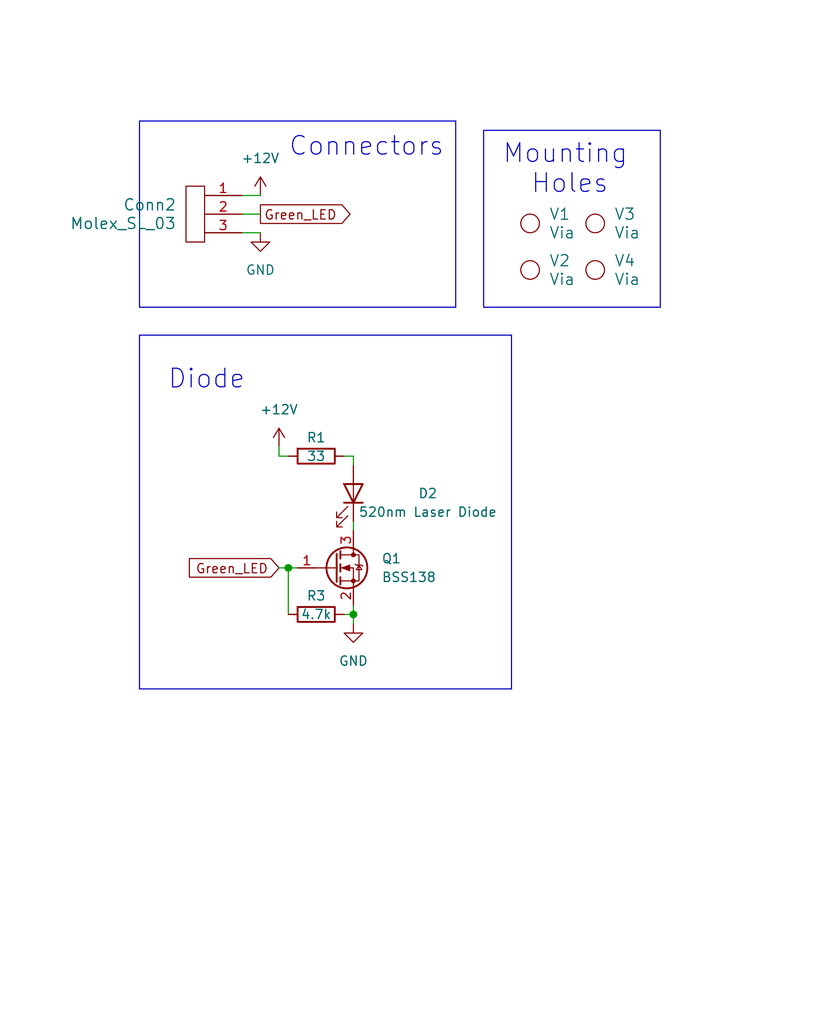
<source format=kicad_sch>
(kicad_sch (version 20230121) (generator eeschema)
  (paper "User" 114.3 139.7)
  (lib_symbols
    (symbol "Device:LED" (pin_numbers hide) (pin_names (offset 1.016) hide)
      (property "Reference" "D" (at 0 2.54 0))
      (property "Value" "LED" (at 0 -2.54 0))
      (symbol "LED_0_1"
        (polyline (pts (xy -1.27 -1.27) (xy -1.27 1.27)) (stroke (width 0.254)))
        (polyline (pts (xy -1.27 0) (xy 1.27 0)))
        (polyline (pts (xy 1.27 -1.27) (xy 1.27 1.27) (xy -1.27 0) (xy 1.27 -1.27)) (stroke (width 0.254)))
        (polyline (pts (xy -3.048 -0.762) (xy -4.572 -2.286) (xy -3.81 -2.286) (xy -4.572 -2.286) (xy -4.572 -1.524)))
        (polyline (pts (xy -1.778 -0.762) (xy -3.302 -2.286) (xy -2.54 -2.286) (xy -3.302 -2.286) (xy -3.302 -1.524)))
      )
      (symbol "LED_1_1"
        (pin passive line (at -3.81 0 0) (length 2.54) (name "K") (number "1"))
        (pin passive line (at 3.81 0 180) (length 2.54) (name "A") (number "2"))
      )
    )
    (symbol "Device:R" (pin_numbers hide) (pin_names (offset 0))
      (property "Reference" "R" (at 2.032 0 90))
      (property "Value" "R" (at 0 0 90))
      (symbol "R_0_1"
        (rectangle (start -1.016 -2.54) (end 1.016 2.54) (stroke (width 0.254)))
      )
      (symbol "R_1_1"
        (pin passive line (at 0 3.81 270) (length 1.27) (name "~") (number "1"))
        (pin passive line (at 0 -3.81 90) (length 1.27) (name "~") (number "2"))
      )
    )
    (symbol "MRDT_Connectors:Molex_SL_03" (pin_names (offset 1.016))
      (property "Reference" "Conn" (at 3.81 -1.27 0))
      (property "Value" "Molex_SL_03" (at 1.27 8.89 0))
      (symbol "Molex_SL_03_0_1"
        (rectangle (start 0 7.62) (end 2.54 0))
      )
      (symbol "Molex_SL_03_1_1"
        (pin input line (at -5.08 6.35 0) (length 5.08) (name "~") (number "1"))
        (pin input line (at -5.08 3.81 0) (length 5.08) (name "~") (number "2"))
        (pin input line (at -5.08 1.27 0) (length 5.08) (name "~") (number "3"))
      )
    )
    (symbol "MRDT_Drill_Holes:Via" (pin_names (offset 1.016))
      (property "Reference" "V" (at 0 -2.54 0))
      (property "Value" "Via" (at 0 2.54 0))
      (symbol "Via_0_1"
        (circle (center 0 0) (radius 1.27))
      )
      (symbol "Via_1_1"
        (pin input line (at 0 0 0) (length 5.08) hide (name "~") (number "1"))
      )
    )
    (symbol "Transistor_FET:BSS138" (pin_names hide)
      (property "Reference" "Q" (at 5.08 1.905 0))
      (property "Value" "BSS138" (at 5.08 0 0))
      (symbol "BSS138_0_1"
        (polyline (pts (xy 0.254 0) (xy -2.54 0)))
        (polyline (pts (xy 0.254 1.905) (xy 0.254 -1.905)) (stroke (width 0.254)))
        (polyline (pts (xy 0.762 -1.27) (xy 0.762 -2.286)) (stroke (width 0.254)))
        (polyline (pts (xy 0.762 0.508) (xy 0.762 -0.508)) (stroke (width 0.254)))
        (polyline (pts (xy 0.762 2.286) (xy 0.762 1.27)) (stroke (width 0.254)))
        (polyline (pts (xy 2.54 2.54) (xy 2.54 1.778)))
        (polyline (pts (xy 2.54 -2.54) (xy 2.54 0) (xy 0.762 0)))
        (polyline (pts (xy 0.762 -1.778) (xy 3.302 -1.778) (xy 3.302 1.778) (xy 0.762 1.778)))
        (polyline (pts (xy 1.016 0) (xy 2.032 0.381) (xy 2.032 -0.381) (xy 1.016 0)) (fill (type outline)))
        (polyline (pts (xy 2.794 0.508) (xy 2.921 0.381) (xy 3.683 0.381) (xy 3.81 0.254)))
        (polyline (pts (xy 3.302 0.381) (xy 2.921 -0.254) (xy 3.683 -0.254) (xy 3.302 0.381)))
        (circle (center 1.651 0) (radius 2.794) (stroke (width 0.254)))
        (circle (center 2.54 -1.778) (radius 0.254) (fill (type outline)))
        (circle (center 2.54 1.778) (radius 0.254) (fill (type outline)))
      )
      (symbol "BSS138_1_1"
        (pin input line (at -5.08 0 0) (length 2.54) (name "G") (number "1"))
        (pin passive line (at 2.54 -5.08 90) (length 2.54) (name "S") (number "2"))
        (pin passive line (at 2.54 5.08 270) (length 2.54) (name "D") (number "3"))
      )
    )
    (symbol "power:+12V" (power) (pin_names (offset 0))
      (property "Value" "+12V" (at 0 3.556 0))
      (symbol "+12V_0_1"
        (polyline (pts (xy -0.762 1.27) (xy 0 2.54)))
        (polyline (pts (xy 0 0) (xy 0 2.54)))
        (polyline (pts (xy 0 2.54) (xy 0.762 1.27)))
      )
      (symbol "+12V_1_1"
        (pin power_in line (at 0 0 90) (length 0) hide (name "+12V") (number "1"))
      )
    )
    (symbol "power:GND" (power) (pin_names (offset 0))
      (property "Value" "GND" (at 0 -3.81 0))
      (symbol "GND_0_1"
        (polyline (pts (xy 0 0) (xy 0 -1.27) (xy 1.27 -1.27) (xy 0 -2.54) (xy -1.27 -1.27) (xy 0 -1.27)))
      )
      (symbol "GND_1_1"
        (pin power_in line (at 0 0 270) (length 0) hide (name "GND") (number "1"))
      )
    )
  )
  (junction (at 39.37 77.47))
  (junction (at 48.26 83.82))
  (wire (pts (xy 33.02 26.67) (xy 35.56 26.67)))
  (polyline (pts (xy 19.05 45.72) (xy 19.05 93.98)))
  (polyline (pts (xy 19.05 41.91) (xy 62.23 41.91)))
  (wire (pts (xy 48.26 71.12) (xy 48.26 72.39)))
  (wire (pts (xy 38.1 62.23) (xy 39.37 62.23)))
  (wire (pts (xy 48.26 82.55) (xy 48.26 83.82)))
  (wire (pts (xy 46.99 83.82) (xy 48.26 83.82)))
  (polyline (pts (xy 90.17 41.91) (xy 90.17 17.78)))
  (polyline (pts (xy 62.23 41.91) (xy 62.23 16.51)))
  (wire (pts (xy 39.37 77.47) (xy 39.37 83.82)))
  (wire (pts (xy 48.26 62.23) (xy 48.26 63.5)))
  (wire (pts (xy 38.1 77.47) (xy 39.37 77.47)))
  (polyline (pts (xy 69.85 45.72) (xy 69.85 93.98)))
  (wire (pts (xy 48.26 83.82) (xy 48.26 85.09)))
  (polyline (pts (xy 66.04 17.78) (xy 66.04 41.91)))
  (polyline (pts (xy 66.04 41.91) (xy 90.17 41.91)))
  (wire (pts (xy 39.37 77.47) (xy 40.64 77.47)))
  (polyline (pts (xy 19.05 45.72) (xy 69.85 45.72)))
  (polyline (pts (xy 19.05 16.51) (xy 62.23 16.51)))
  (polyline (pts (xy 69.85 93.98) (xy 19.05 93.98)))
  (wire (pts (xy 33.02 31.75) (xy 35.56 31.75)))
  (wire (pts (xy 33.02 29.21) (xy 35.56 29.21)))
  (wire (pts (xy 38.1 60.96) (xy 38.1 62.23)))
  (wire (pts (xy 46.99 62.23) (xy 48.26 62.23)))
  (polyline (pts (xy 19.05 16.51) (xy 19.05 41.91)))
  (polyline (pts (xy 66.04 17.78) (xy 90.17 17.78)))
  (text "Mounting\n  Holes" (at 68.58 26.67 0) (effects (font (size 2.54 2.54)) (justify left bottom)))
  (text "Connectors" (at 39.37 21.59 0) (effects (font (size 2.54 2.54)) (justify left bottom)))
  (text "Diode\n" (at 22.86 53.34 0) (effects (font (size 2.54 2.54)) (justify left bottom)))
  (global_label "Green_LED" (shape output) (at 35.56 29.21 0) (property "Intersheetrefs" "${INTERSHEET_REFS}" (effects hide)))
  (global_label "Green_LED" (shape input) (at 38.1 77.47 180) (property "Intersheetrefs" "${INTERSHEET_REFS}" (effects hide)))
  (symbol (lib_id "MRDT_Drill_Holes:Via") (at 72.39 30.48 0) (unit 1)
    (property "Reference" "V1" (at 74.93 29.21 0) (effects (font (size 1.524 1.524)) (justify left)))
    (property "Value" "Via" (at 74.93 31.75 0) (effects (font (size 1.524 1.524)) (justify left)))
    (property "Footprint" "MRDT_Drill_Holes:4_40_Hole" (effects hide))
  )
  (symbol (lib_id "Device:LED") (at 48.26 67.31 270) (mirror x) (unit 1)
    (property "Reference" "D2" (at 58.42 67.31 90))
    (property "Value" "520nm Laser Diode" (at 58.42 69.85 90))
    (property "Footprint" "RamanDiodes:PLT5520B - 520nm" (effects hide))
  )
  (symbol (lib_id "Transistor_FET:BSS138") (at 45.72 77.47 0) (unit 1)
    (property "Reference" "Q1" (at 52.07 76.2 0) (effects (justify left)))
    (property "Value" "BSS138" (at 52.07 78.74 0) (effects (justify left)))
    (property "Footprint" "Package_TO_SOT_SMD:SOT-23" (effects hide))
    (property "Datasheet" "https://www.onsemi.com/pub/Collateral/BSS138-D.PDF" (effects hide))
  )
  (symbol (lib_id "Device:R") (at 43.18 83.82 90) (unit 1)
    (property "Reference" "R3" (at 43.18 81.28 90))
    (property "Value" "4.7k" (at 43.18 83.82 90))
    (property "Footprint" "Resistor_SMD:R_0603_1608Metric_Pad0.98x0.95mm_HandSolder" (effects hide))
  )
  (symbol (lib_id "MRDT_Drill_Holes:Via") (at 81.28 30.48 0) (unit 1)
    (property "Reference" "V3" (at 83.82 29.21 0) (effects (font (size 1.524 1.524)) (justify left)))
    (property "Value" "Via" (at 83.82 31.75 0) (effects (font (size 1.524 1.524)) (justify left)))
    (property "Footprint" "MRDT_Drill_Holes:4_40_Hole" (effects hide))
  )
  (symbol (lib_id "power:GND") (at 48.26 85.09 0) (unit 1)
    (property "Reference" "#PWR06" (effects hide))
    (property "Value" "GND" (at 48.26 90.17 0))
  )
  (symbol (lib_id "Device:R") (at 43.18 62.23 90) (unit 1)
    (property "Reference" "R1" (at 43.18 59.69 90))
    (property "Value" "33" (at 43.18 62.23 90))
    (property "Footprint" "Resistor_SMD:R_2512_6332Metric_Pad1.40x3.35mm_HandSolder" (effects hide))
  )
  (symbol (lib_id "power:+12V") (at 38.1 60.96 0) (unit 1)
    (property "Reference" "#PWR04" (effects hide))
    (property "Value" "+12V" (at 38.1 55.88 0))
  )
  (symbol (lib_id "power:GND") (at 35.56 31.75 0) (unit 1)
    (property "Reference" "#PWR03" (effects hide))
    (property "Value" "GND" (at 35.56 36.83 0))
  )
  (symbol (lib_id "MRDT_Drill_Holes:Via") (at 81.28 36.83 0) (unit 1)
    (property "Reference" "V4" (at 83.82 35.56 0) (effects (font (size 1.524 1.524)) (justify left)))
    (property "Value" "Via" (at 83.82 38.1 0) (effects (font (size 1.524 1.524)) (justify left)))
    (property "Footprint" "MRDT_Drill_Holes:4_40_Hole" (effects hide))
  )
  (symbol (lib_id "MRDT_Connectors:Molex_SL_03") (at 27.94 33.02 0) (mirror y) (unit 1)
    (property "Reference" "Conn2" (at 24.13 27.94 0) (effects (font (size 1.524 1.524)) (justify left)))
    (property "Value" "Molex_SL_03" (at 24.13 30.48 0) (effects (font (size 1.524 1.524)) (justify left)))
    (property "Footprint" "MRDT_Connectors:MOLEX_SL_03_Vertical" (effects hide))
  )
  (symbol (lib_id "MRDT_Drill_Holes:Via") (at 72.39 36.83 0) (unit 1)
    (property "Reference" "V2" (at 74.93 35.56 0) (effects (font (size 1.524 1.524)) (justify left)))
    (property "Value" "Via" (at 74.93 38.1 0) (effects (font (size 1.524 1.524)) (justify left)))
    (property "Footprint" "MRDT_Drill_Holes:4_40_Hole" (effects hide))
  )
  (symbol (lib_id "power:+12V") (at 35.56 26.67 0) (unit 1)
    (property "Reference" "#PWR01" (effects hide))
    (property "Value" "+12V" (at 35.56 21.59 0))
  )
)
</source>
